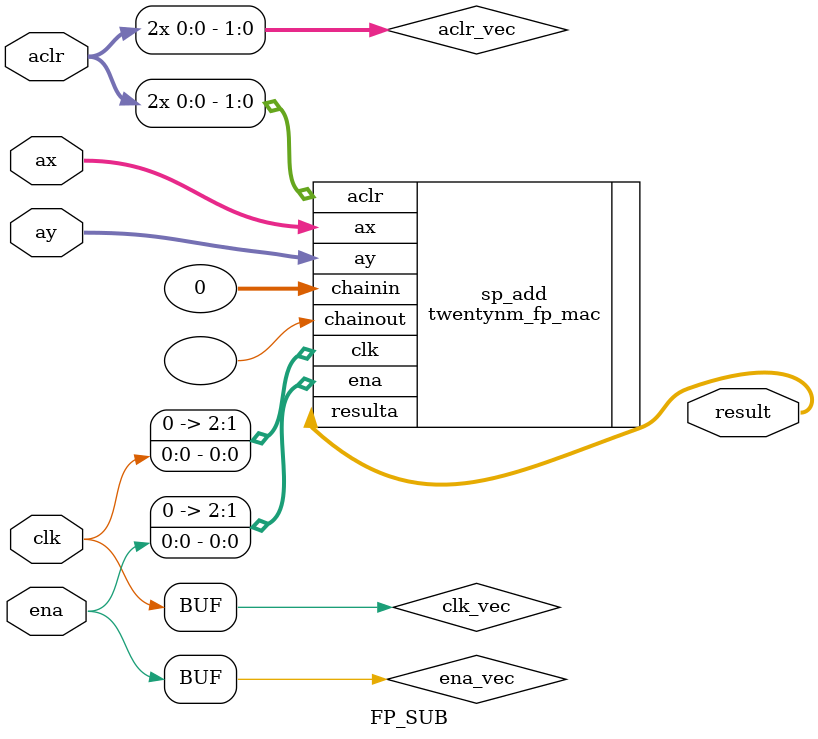
<source format=v>
module FP_SUB(
    input  wire                          clk,
    input  wire                          ena,
    input  wire		                     aclr,
    input  wire [31:0]                   ax,
    input  wire [31:0]                   ay,
    output wire [31:0]                   result

	);
    wire [1-1:0] clk_vec;
    wire [1-1:0] ena_vec;
	wire [1:0]                   aclr_vec;
    assign clk_vec[0] = clk;
    assign ena_vec[0] = ena;
	assign aclr_vec[1] = aclr;
    assign aclr_vec[0] = aclr;

twentynm_fp_mac  #(
    .ax_clock("0"),
    .ay_clock("0"),
    .az_clock("NONE"),
    .output_clock("0"),
    .accumulate_clock("NONE"),
    .ax_chainin_pl_clock("NONE"),
    .accum_pipeline_clock("NONE"),
    .mult_pipeline_clock("NONE"),
    .adder_input_clock("NONE"),
    .accum_adder_clock("NONE"),
    .use_chainin("false"),
    .operation_mode("sp_add"),
    .adder_subtract("true")
) sp_add (
    .clk({1'b0,1'b0,clk_vec[0]}),
    .ena({1'b0,1'b0,ena_vec[0]}),
    .aclr(aclr_vec),
    .ax(ax),
    .ay(ay),

    .chainin(32'b0),
    .resulta(result),
    .chainout()
);
endmodule
</source>
